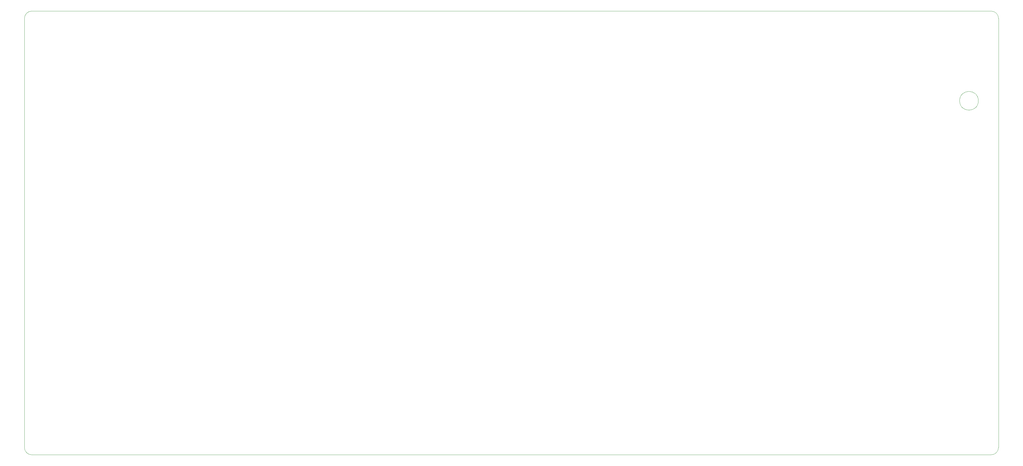
<source format=gm1>
G04 #@! TF.GenerationSoftware,KiCad,Pcbnew,(5.1.4)-1*
G04 #@! TF.CreationDate,2021-09-06T19:14:00+08:00*
G04 #@! TF.ProjectId,HerringbonePro,48657272-696e-4676-926f-6e6550726f2e,rev?*
G04 #@! TF.SameCoordinates,Original*
G04 #@! TF.FileFunction,Profile,NP*
%FSLAX46Y46*%
G04 Gerber Fmt 4.6, Leading zero omitted, Abs format (unit mm)*
G04 Created by KiCad (PCBNEW (5.1.4)-1) date 2021-09-06 19:14:00*
%MOMM*%
%LPD*%
G04 APERTURE LIST*
%ADD10C,0.100000*%
%ADD11C,0.050000*%
G04 APERTURE END LIST*
D10*
X298297510Y0D02*
G75*
G03X298297510Y0I-3022510J0D01*
G01*
D11*
X-7143750Y-114300000D02*
G75*
G02X-9525000Y-111918750I0J2381250D01*
G01*
X-9525000Y26590625D02*
G75*
G02X-7143750Y28971875I2381250J0D01*
G01*
X302418750Y28971875D02*
G75*
G02X304800000Y26590625I0J-2381250D01*
G01*
X-9525000Y26590625D02*
X-9525000Y-111918750D01*
X-7143750Y28971875D02*
X302418750Y28971875D01*
X304800000Y-111918750D02*
G75*
G02X302418750Y-114300000I-2381250J0D01*
G01*
X304800000Y-111918750D02*
X304800000Y26590625D01*
X-7143750Y-114300000D02*
X302418750Y-114300000D01*
M02*

</source>
